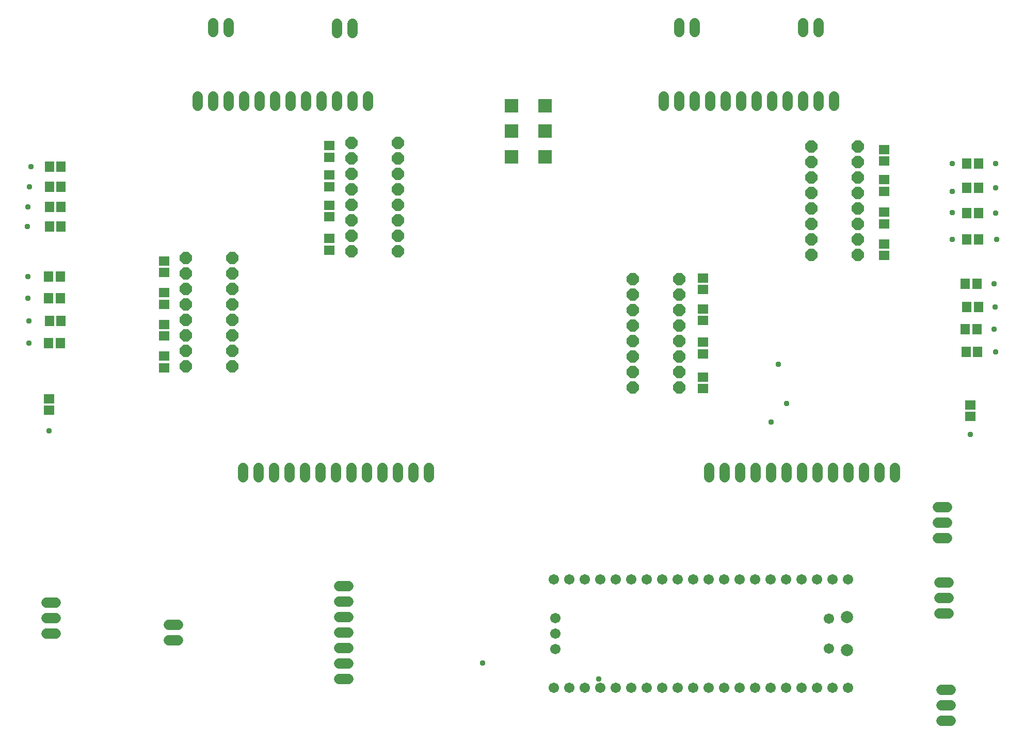
<source format=gbr>
G04 EAGLE Gerber RS-274X export*
G75*
%MOMM*%
%FSLAX34Y34*%
%LPD*%
%INSoldermask Bottom*%
%IPPOS*%
%AMOC8*
5,1,8,0,0,1.08239X$1,22.5*%
G01*
%ADD10C,1.727200*%
%ADD11C,1.711200*%
%ADD12R,2.303200X2.303200*%
%ADD13R,1.703200X1.503200*%
%ADD14R,1.503200X1.703200*%
%ADD15C,1.711200*%
%ADD16C,2.003200*%
%ADD17C,1.703200*%
%ADD18P,2.144431X8X22.500000*%
%ADD19P,2.144431X8X202.500000*%
%ADD20C,0.959600*%


D10*
X1576070Y387350D02*
X1560830Y387350D01*
X1560830Y412750D02*
X1576070Y412750D01*
X2372360Y1264920D02*
X2372360Y1280160D01*
X2397760Y1280160D02*
X2397760Y1264920D01*
X2423160Y1264920D02*
X2423160Y1280160D01*
X2448560Y1280160D02*
X2448560Y1264920D01*
X2473960Y1264920D02*
X2473960Y1280160D01*
X2499360Y1280160D02*
X2499360Y1264920D01*
X2524760Y1264920D02*
X2524760Y1280160D01*
X2550160Y1280160D02*
X2550160Y1264920D01*
X2575560Y1264920D02*
X2575560Y1280160D01*
X2600960Y1280160D02*
X2600960Y1264920D01*
X2626360Y1264920D02*
X2626360Y1280160D01*
X2651760Y1280160D02*
X2651760Y1264920D01*
X1607820Y1264920D02*
X1607820Y1280160D01*
X1633220Y1280160D02*
X1633220Y1264920D01*
X1658620Y1264920D02*
X1658620Y1280160D01*
X1684020Y1280160D02*
X1684020Y1264920D01*
X1709420Y1264920D02*
X1709420Y1280160D01*
X1734820Y1280160D02*
X1734820Y1264920D01*
X1760220Y1264920D02*
X1760220Y1280160D01*
X1785620Y1280160D02*
X1785620Y1264920D01*
X1811020Y1264920D02*
X1811020Y1280160D01*
X1836420Y1280160D02*
X1836420Y1264920D01*
X1861820Y1264920D02*
X1861820Y1280160D01*
X1887220Y1280160D02*
X1887220Y1264920D01*
D11*
X1633220Y1385650D02*
X1633220Y1400730D01*
X1658620Y1400730D02*
X1658620Y1385650D01*
X1836420Y1384380D02*
X1836420Y1399460D01*
X1861820Y1399460D02*
X1861820Y1384380D01*
X2397760Y1385650D02*
X2397760Y1400730D01*
X2423160Y1400730D02*
X2423160Y1385650D01*
X2600960Y1385650D02*
X2600960Y1400730D01*
X2626360Y1400730D02*
X2626360Y1385650D01*
D10*
X1855470Y323850D02*
X1840230Y323850D01*
X1840230Y349250D02*
X1855470Y349250D01*
X1855470Y374650D02*
X1840230Y374650D01*
X1840230Y400050D02*
X1855470Y400050D01*
X1855470Y425450D02*
X1840230Y425450D01*
X1840230Y450850D02*
X1855470Y450850D01*
X1855470Y476250D02*
X1840230Y476250D01*
X1682750Y655320D02*
X1682750Y670560D01*
X1708150Y670560D02*
X1708150Y655320D01*
X1733550Y655320D02*
X1733550Y670560D01*
X1758950Y670560D02*
X1758950Y655320D01*
X1784350Y655320D02*
X1784350Y670560D01*
X1809750Y670560D02*
X1809750Y655320D01*
X1835150Y655320D02*
X1835150Y670560D01*
X1860550Y670560D02*
X1860550Y655320D01*
X1885950Y655320D02*
X1885950Y670560D01*
X1911350Y670560D02*
X1911350Y655320D01*
X1936750Y655320D02*
X1936750Y670560D01*
X1962150Y670560D02*
X1962150Y655320D01*
X1987550Y655320D02*
X1987550Y670560D01*
X2447290Y670560D02*
X2447290Y655320D01*
X2472690Y655320D02*
X2472690Y670560D01*
X2498090Y670560D02*
X2498090Y655320D01*
X2523490Y655320D02*
X2523490Y670560D01*
X2548890Y670560D02*
X2548890Y655320D01*
X2574290Y655320D02*
X2574290Y670560D01*
X2599690Y670560D02*
X2599690Y655320D01*
X2625090Y655320D02*
X2625090Y670560D01*
X2650490Y670560D02*
X2650490Y655320D01*
X2675890Y655320D02*
X2675890Y670560D01*
X2701290Y670560D02*
X2701290Y655320D01*
X2726690Y655320D02*
X2726690Y670560D01*
X2752090Y670560D02*
X2752090Y655320D01*
D12*
X2177610Y1265010D03*
X2177610Y1223010D03*
X2177610Y1181010D03*
X2122610Y1181010D03*
X2122610Y1223010D03*
X2122610Y1265010D03*
D13*
X1363980Y765200D03*
X1363980Y784200D03*
D14*
X1363370Y948690D03*
X1382370Y948690D03*
X1364640Y1131570D03*
X1383640Y1131570D03*
X1364640Y911860D03*
X1383640Y911860D03*
X1364640Y1098550D03*
X1383640Y1098550D03*
X1363370Y875030D03*
X1382370Y875030D03*
X1364640Y1066800D03*
X1383640Y1066800D03*
X1363370Y984250D03*
X1382370Y984250D03*
X1364640Y1164590D03*
X1383640Y1164590D03*
D13*
X2875280Y755040D03*
X2875280Y774040D03*
D14*
X2886050Y897890D03*
X2867050Y897890D03*
X2888590Y1088390D03*
X2869590Y1088390D03*
X2888590Y934720D03*
X2869590Y934720D03*
X2888590Y1130300D03*
X2869590Y1130300D03*
X2886050Y972820D03*
X2867050Y972820D03*
X2888590Y1169670D03*
X2869590Y1169670D03*
X2887320Y861060D03*
X2868320Y861060D03*
X2888590Y1045210D03*
X2869590Y1045210D03*
D15*
X2674620Y487680D03*
X2649220Y487680D03*
X2522220Y487680D03*
X2496820Y487680D03*
X2623820Y487680D03*
X2598420Y487680D03*
X2547620Y487680D03*
X2573020Y487680D03*
X2471420Y487680D03*
X2446020Y487680D03*
X2420620Y487680D03*
X2395220Y487680D03*
X2369820Y487680D03*
X2344420Y487680D03*
X2319020Y487680D03*
X2293620Y487680D03*
X2268220Y487680D03*
X2242820Y487680D03*
X2217420Y487680D03*
X2192020Y487680D03*
X2192020Y309880D03*
X2217420Y309880D03*
X2242820Y309880D03*
X2268220Y309880D03*
X2293620Y309880D03*
X2319020Y309880D03*
X2344420Y309880D03*
X2369820Y309880D03*
X2395220Y309880D03*
X2420620Y309880D03*
X2446020Y309880D03*
X2471420Y309880D03*
X2496820Y309880D03*
X2522220Y309880D03*
X2547620Y309880D03*
X2573020Y309880D03*
X2598420Y309880D03*
X2623820Y309880D03*
X2649220Y309880D03*
X2674620Y309880D03*
D16*
X2673320Y426030D03*
X2673320Y371530D03*
D17*
X2643020Y423030D03*
X2643020Y374530D03*
D15*
X2194320Y424180D03*
X2194320Y398780D03*
X2194320Y373380D03*
D18*
X1664970Y1014730D03*
X1664970Y989330D03*
X1664970Y963930D03*
X1664970Y938530D03*
X1664970Y913130D03*
X1664970Y887730D03*
X1664970Y862330D03*
X1664970Y836930D03*
X1588770Y1014730D03*
X1588770Y989330D03*
X1588770Y963930D03*
X1588770Y938530D03*
X1588770Y913130D03*
X1588770Y887730D03*
X1588770Y862330D03*
X1588770Y836930D03*
X1936750Y1203960D03*
X1936750Y1178560D03*
X1936750Y1153160D03*
X1936750Y1127760D03*
X1936750Y1102360D03*
X1936750Y1076960D03*
X1936750Y1051560D03*
X1936750Y1026160D03*
X1860550Y1203960D03*
X1860550Y1178560D03*
X1860550Y1153160D03*
X1860550Y1127760D03*
X1860550Y1102360D03*
X1860550Y1076960D03*
X1860550Y1051560D03*
X1860550Y1026160D03*
D13*
X1553210Y887120D03*
X1553210Y906120D03*
X1553210Y991260D03*
X1553210Y1010260D03*
X1823720Y1082700D03*
X1823720Y1101700D03*
X1823720Y1180490D03*
X1823720Y1199490D03*
D19*
X2321560Y802640D03*
X2321560Y828040D03*
X2321560Y853440D03*
X2321560Y878840D03*
X2321560Y904240D03*
X2321560Y929640D03*
X2321560Y955040D03*
X2321560Y980440D03*
X2397760Y802640D03*
X2397760Y828040D03*
X2397760Y853440D03*
X2397760Y878840D03*
X2397760Y904240D03*
X2397760Y929640D03*
X2397760Y955040D03*
X2397760Y980440D03*
X2614930Y1019810D03*
X2614930Y1045210D03*
X2614930Y1070610D03*
X2614930Y1096010D03*
X2614930Y1121410D03*
X2614930Y1146810D03*
X2614930Y1172210D03*
X2614930Y1197610D03*
X2691130Y1019810D03*
X2691130Y1045210D03*
X2691130Y1070610D03*
X2691130Y1096010D03*
X2691130Y1121410D03*
X2691130Y1146810D03*
X2691130Y1172210D03*
X2691130Y1197610D03*
D13*
X2437130Y931520D03*
X2437130Y912520D03*
X2437130Y819760D03*
X2437130Y800760D03*
X2734310Y1143610D03*
X2734310Y1124610D03*
X2734310Y1038200D03*
X2734310Y1019200D03*
X2437130Y876910D03*
X2437130Y857910D03*
X2437130Y982320D03*
X2437130Y963320D03*
X1553210Y835050D03*
X1553210Y854050D03*
X1553210Y939190D03*
X1553210Y958190D03*
X1823720Y1028090D03*
X1823720Y1047090D03*
X1823720Y1132230D03*
X1823720Y1151230D03*
X2734310Y1193140D03*
X2734310Y1174140D03*
X2734310Y1090270D03*
X2734310Y1071270D03*
D10*
X1375410Y398780D02*
X1360170Y398780D01*
X1360170Y424180D02*
X1375410Y424180D01*
X1375410Y449580D02*
X1360170Y449580D01*
X2824480Y431800D02*
X2839720Y431800D01*
X2839720Y457200D02*
X2824480Y457200D01*
X2824480Y482600D02*
X2839720Y482600D01*
X2837180Y554990D02*
X2821940Y554990D01*
X2821940Y580390D02*
X2837180Y580390D01*
X2837180Y605790D02*
X2821940Y605790D01*
X2828290Y255270D02*
X2843530Y255270D01*
X2843530Y280670D02*
X2828290Y280670D01*
X2828290Y306070D02*
X2843530Y306070D01*
D20*
X2075180Y350520D03*
X2265680Y323850D03*
X1363980Y731520D03*
X1329690Y948690D03*
X1332230Y1131570D03*
X1330960Y911860D03*
X1329690Y1098550D03*
X1330960Y875030D03*
X1328420Y1066800D03*
X1329690Y984250D03*
X1334770Y1164590D03*
X2846070Y1045210D03*
X2846070Y1169670D03*
X2846070Y1123950D03*
X2846070Y1089660D03*
X2548890Y745490D03*
X2574290Y775970D03*
X2560320Y840740D03*
X2875280Y725170D03*
X2914650Y897890D03*
X2917190Y1088390D03*
X2915920Y934720D03*
X2917190Y1130300D03*
X2914650Y972820D03*
X2917190Y1169670D03*
X2917190Y861060D03*
X2918460Y1045210D03*
M02*

</source>
